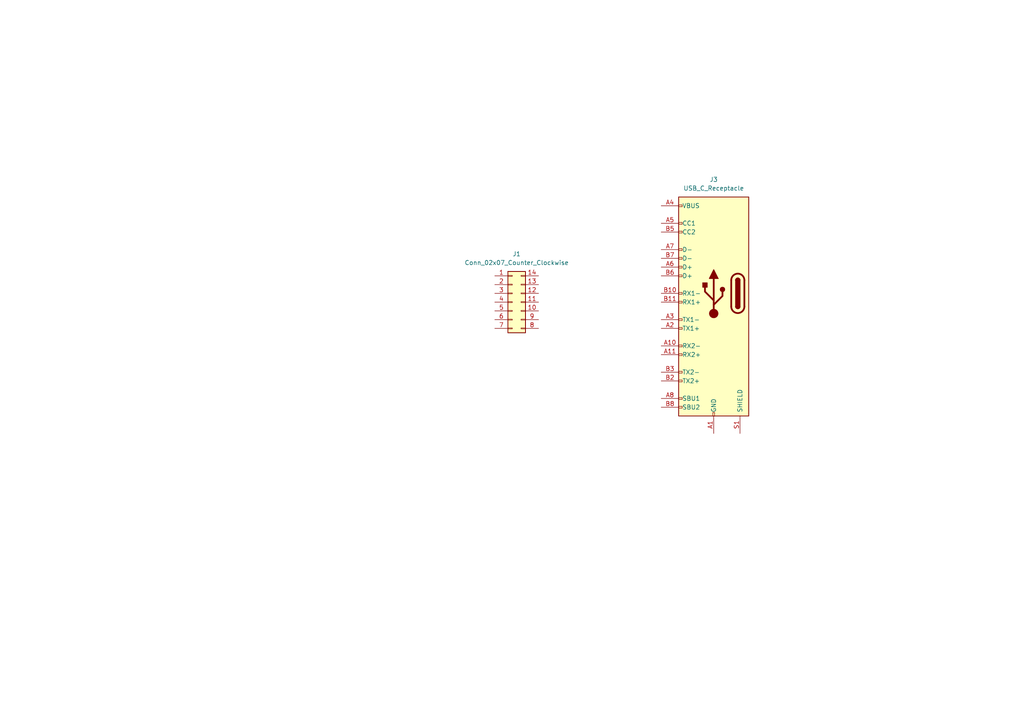
<source format=kicad_sch>
(kicad_sch (version 20230121) (generator eeschema)
  (paper "A4")
  (lib_symbols
    (symbol "Connector:USB_C_Receptacle" (pin_names (offset 1.016))
      (property "Reference" "J" (at -10.16 29.21 0))
      (property "Value" "USB_C_Receptacle" (at 10.16 29.21 0))
      (symbol "USB_C_Receptacle_0_0"
        (rectangle (start -0.254 -35.56) (end 0.254 -34.544))
        (rectangle (start 10.16 -32.766) (end 9.144 -33.274))
        (rectangle (start 10.16 -30.226) (end 9.144 -30.734))
        (rectangle (start 10.16 -25.146) (end 9.144 -25.654))
        (rectangle (start 10.16 -22.606) (end 9.144 -23.114))
        (rectangle (start 10.16 -17.526) (end 9.144 -18.034))
        (rectangle (start 10.16 -14.986) (end 9.144 -15.494))
        (rectangle (start 10.16 -9.906) (end 9.144 -10.414))
        (rectangle (start 10.16 -7.366) (end 9.144 -7.874))
        (rectangle (start 10.16 -2.286) (end 9.144 -2.794))
        (rectangle (start 10.16 0.254) (end 9.144 -0.254))
        (rectangle (start 10.16 5.334) (end 9.144 4.826))
        (rectangle (start 10.16 7.874) (end 9.144 7.366))
        (rectangle (start 10.16 10.414) (end 9.144 9.906))
        (rectangle (start 10.16 12.954) (end 9.144 12.446))
        (rectangle (start 10.16 18.034) (end 9.144 17.526))
        (rectangle (start 10.16 20.574) (end 9.144 20.066))
        (rectangle (start 10.16 25.654) (end 9.144 25.146))
      )
      (symbol "USB_C_Receptacle_0_1"
        (rectangle (start -10.16 27.94) (end 10.16 -35.56) (stroke (width 0.254)) (fill (type background)))
        (arc (start -8.89 -3.81) (mid -6.985 -5.7067) (end -5.08 -3.81) (stroke (width 0.508)))
        (arc (start -7.62 -3.81) (mid -6.985 -4.4423) (end -6.35 -3.81) (stroke (width 0.254)))
        (arc (start -7.62 -3.81) (mid -6.985 -4.4423) (end -6.35 -3.81) (stroke (width 0.254)) (fill (type outline)))
        (rectangle (start -7.62 -3.81) (end -6.35 3.81) (stroke (width 0.254)) (fill (type outline)))
        (arc (start -6.35 3.81) (mid -6.985 4.4423) (end -7.62 3.81) (stroke (width 0.254)))
        (arc (start -6.35 3.81) (mid -6.985 4.4423) (end -7.62 3.81) (stroke (width 0.254)) (fill (type outline)))
        (arc (start -5.08 3.81) (mid -6.985 5.7067) (end -8.89 3.81) (stroke (width 0.508)))
        (polyline (pts (xy -8.89 -3.81) (xy -8.89 3.81)) (stroke (width 0.508)))
        (polyline (pts (xy -5.08 3.81) (xy -5.08 -3.81)) (stroke (width 0.508)))
      )
      (symbol "USB_C_Receptacle_1_1"
        (circle (center -2.54 1.143) (radius 0.635) (stroke (width 0.254)) (fill (type outline)))
        (circle (center 0 -5.842) (radius 1.27) (fill (type outline)))
        (polyline (pts (xy 0 -5.842) (xy 0 4.318)) (stroke (width 0.508)))
        (polyline (pts (xy 0 -3.302) (xy -2.54 -0.762) (xy -2.54 0.508)) (stroke (width 0.508)))
        (polyline (pts (xy 0 -2.032) (xy 2.54 0.508) (xy 2.54 1.778)) (stroke (width 0.508)))
        (polyline (pts (xy -1.27 4.318) (xy 0 6.858) (xy 1.27 4.318) (xy -1.27 4.318)) (stroke (width 0.254)) (fill (type outline)))
        (rectangle (start 1.905 1.778) (end 3.175 3.048) (stroke (width 0.254)) (fill (type outline)))
        (pin passive line (at 0 -40.64 90) (length 5.08) (name "GND") (number "A1"))
        (pin bidirectional line (at 15.24 -15.24 180) (length 5.08) (name "RX2-") (number "A10"))
        (pin bidirectional line (at 15.24 -17.78 180) (length 5.08) (name "RX2+") (number "A11"))
        (pin passive line (at 0 -40.64 90) (length 5.08) hide (name "GND") (number "A12"))
        (pin bidirectional line (at 15.24 -10.16 180) (length 5.08) (name "TX1+") (number "A2"))
        (pin bidirectional line (at 15.24 -7.62 180) (length 5.08) (name "TX1-") (number "A3"))
        (pin passive line (at 15.24 25.4 180) (length 5.08) (name "VBUS") (number "A4"))
        (pin bidirectional line (at 15.24 20.32 180) (length 5.08) (name "CC1") (number "A5"))
        (pin bidirectional line (at 15.24 7.62 180) (length 5.08) (name "D+") (number "A6"))
        (pin bidirectional line (at 15.24 12.7 180) (length 5.08) (name "D-") (number "A7"))
        (pin bidirectional line (at 15.24 -30.48 180) (length 5.08) (name "SBU1") (number "A8"))
        (pin passive line (at 15.24 25.4 180) (length 5.08) hide (name "VBUS") (number "A9"))
        (pin passive line (at 0 -40.64 90) (length 5.08) hide (name "GND") (number "B1"))
        (pin bidirectional line (at 15.24 0 180) (length 5.08) (name "RX1-") (number "B10"))
        (pin bidirectional line (at 15.24 -2.54 180) (length 5.08) (name "RX1+") (number "B11"))
        (pin passive line (at 0 -40.64 90) (length 5.08) hide (name "GND") (number "B12"))
        (pin bidirectional line (at 15.24 -25.4 180) (length 5.08) (name "TX2+") (number "B2"))
        (pin bidirectional line (at 15.24 -22.86 180) (length 5.08) (name "TX2-") (number "B3"))
        (pin passive line (at 15.24 25.4 180) (length 5.08) hide (name "VBUS") (number "B4"))
        (pin bidirectional line (at 15.24 17.78 180) (length 5.08) (name "CC2") (number "B5"))
        (pin bidirectional line (at 15.24 5.08 180) (length 5.08) (name "D+") (number "B6"))
        (pin bidirectional line (at 15.24 10.16 180) (length 5.08) (name "D-") (number "B7"))
        (pin bidirectional line (at 15.24 -33.02 180) (length 5.08) (name "SBU2") (number "B8"))
        (pin passive line (at 15.24 25.4 180) (length 5.08) hide (name "VBUS") (number "B9"))
        (pin passive line (at -7.62 -40.64 90) (length 5.08) (name "SHIELD") (number "S1"))
      )
    )
    (symbol "Connector_Generic:Conn_02x07_Counter_Clockwise" (pin_names (offset 1.016) hide)
      (property "Reference" "J" (at 1.27 10.16 0))
      (property "Value" "Conn_02x07_Counter_Clockwise" (at 1.27 -10.16 0))
      (symbol "Conn_02x07_Counter_Clockwise_1_1"
        (rectangle (start -1.27 -7.493) (end 0 -7.747) (stroke (width 0.1524)))
        (rectangle (start -1.27 -4.953) (end 0 -5.207) (stroke (width 0.1524)))
        (rectangle (start -1.27 -2.413) (end 0 -2.667) (stroke (width 0.1524)))
        (rectangle (start -1.27 0.127) (end 0 -0.127) (stroke (width 0.1524)))
        (rectangle (start -1.27 2.667) (end 0 2.413) (stroke (width 0.1524)))
        (rectangle (start -1.27 5.207) (end 0 4.953) (stroke (width 0.1524)))
        (rectangle (start -1.27 7.747) (end 0 7.493) (stroke (width 0.1524)))
        (rectangle (start -1.27 8.89) (end 3.81 -8.89) (stroke (width 0.254)) (fill (type background)))
        (rectangle (start 3.81 -7.493) (end 2.54 -7.747) (stroke (width 0.1524)))
        (rectangle (start 3.81 -4.953) (end 2.54 -5.207) (stroke (width 0.1524)))
        (rectangle (start 3.81 -2.413) (end 2.54 -2.667) (stroke (width 0.1524)))
        (rectangle (start 3.81 0.127) (end 2.54 -0.127) (stroke (width 0.1524)))
        (rectangle (start 3.81 2.667) (end 2.54 2.413) (stroke (width 0.1524)))
        (rectangle (start 3.81 5.207) (end 2.54 4.953) (stroke (width 0.1524)))
        (rectangle (start 3.81 7.747) (end 2.54 7.493) (stroke (width 0.1524)))
        (pin passive line (at -5.08 7.62 0) (length 3.81) (name "Pin_1") (number "1"))
        (pin passive line (at 7.62 -2.54 180) (length 3.81) (name "Pin_10") (number "10"))
        (pin passive line (at 7.62 0 180) (length 3.81) (name "Pin_11") (number "11"))
        (pin passive line (at 7.62 2.54 180) (length 3.81) (name "Pin_12") (number "12"))
        (pin passive line (at 7.62 5.08 180) (length 3.81) (name "Pin_13") (number "13"))
        (pin passive line (at 7.62 7.62 180) (length 3.81) (name "Pin_14") (number "14"))
        (pin passive line (at -5.08 5.08 0) (length 3.81) (name "Pin_2") (number "2"))
        (pin passive line (at -5.08 2.54 0) (length 3.81) (name "Pin_3") (number "3"))
        (pin passive line (at -5.08 0 0) (length 3.81) (name "Pin_4") (number "4"))
        (pin passive line (at -5.08 -2.54 0) (length 3.81) (name "Pin_5") (number "5"))
        (pin passive line (at -5.08 -5.08 0) (length 3.81) (name "Pin_6") (number "6"))
        (pin passive line (at -5.08 -7.62 0) (length 3.81) (name "Pin_7") (number "7"))
        (pin passive line (at 7.62 -7.62 180) (length 3.81) (name "Pin_8") (number "8"))
        (pin passive line (at 7.62 -5.08 180) (length 3.81) (name "Pin_9") (number "9"))
      )
    )
  )
  (symbol (lib_id "Connector:USB_C_Receptacle") (at 207.01 85.09 0) (mirror y) (unit 1)
    (property "Reference" "J3" (at 207.01 52.07 0))
    (property "Value" "USB_C_Receptacle" (at 207.01 54.61 0))
    (property "Footprint" "Connector_USB:USB_C_Receptacle_Amphenol_12401610E4-2A_CircularHoles" (effects hide))
    (property "Datasheet" "https://www.usb.org/sites/default/files/documents/usb_type-c.zip" (effects hide))
  )
  (symbol (lib_id "Connector_Generic:Conn_02x07_Counter_Clockwise") (at 148.59 87.63 0) (unit 1)
    (property "Reference" "J1" (at 149.86 73.66 0))
    (property "Value" "Conn_02x07_Counter_Clockwise" (at 149.86 76.2 0))
  )
)
</source>
